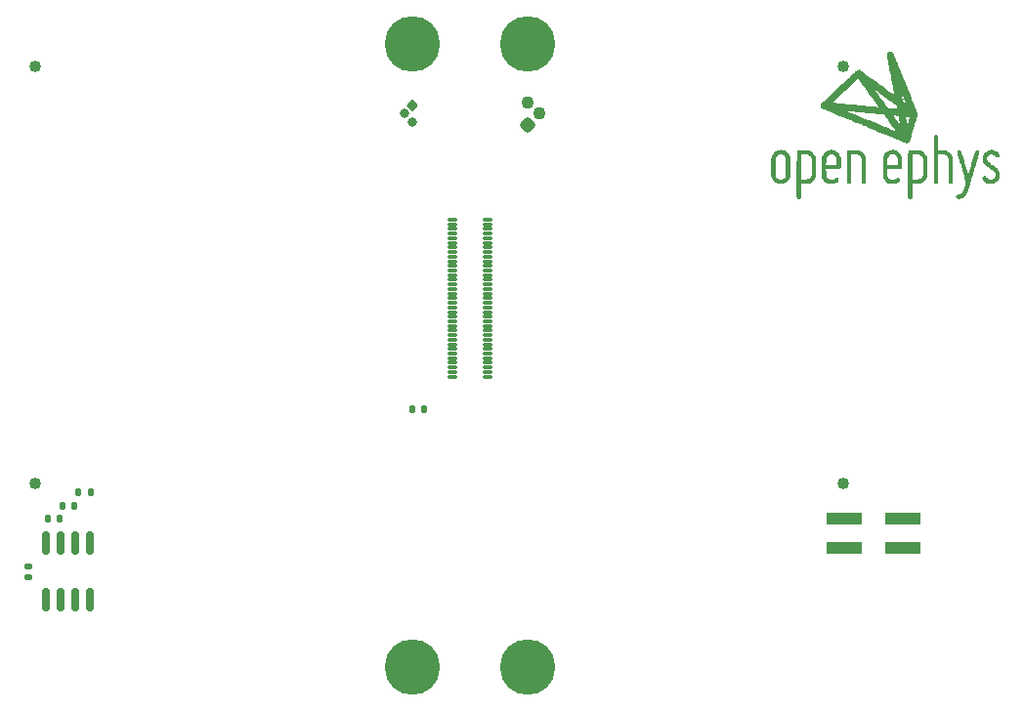
<source format=gbr>
%TF.GenerationSoftware,KiCad,Pcbnew,9.0.3*%
%TF.CreationDate,2025-10-01T18:37:08-04:00*%
%TF.ProjectId,ephys-test-module-64,65706879-732d-4746-9573-742d6d6f6475,C*%
%TF.SameCoordinates,Original*%
%TF.FileFunction,Soldermask,Top*%
%TF.FilePolarity,Negative*%
%FSLAX46Y46*%
G04 Gerber Fmt 4.6, Leading zero omitted, Abs format (unit mm)*
G04 Created by KiCad (PCBNEW 9.0.3) date 2025-10-01 18:37:08*
%MOMM*%
%LPD*%
G01*
G04 APERTURE LIST*
G04 Aperture macros list*
%AMRoundRect*
0 Rectangle with rounded corners*
0 $1 Rounding radius*
0 $2 $3 $4 $5 $6 $7 $8 $9 X,Y pos of 4 corners*
0 Add a 4 corners polygon primitive as box body*
4,1,4,$2,$3,$4,$5,$6,$7,$8,$9,$2,$3,0*
0 Add four circle primitives for the rounded corners*
1,1,$1+$1,$2,$3*
1,1,$1+$1,$4,$5*
1,1,$1+$1,$6,$7*
1,1,$1+$1,$8,$9*
0 Add four rect primitives between the rounded corners*
20,1,$1+$1,$2,$3,$4,$5,0*
20,1,$1+$1,$4,$5,$6,$7,0*
20,1,$1+$1,$6,$7,$8,$9,0*
20,1,$1+$1,$8,$9,$2,$3,0*%
G04 Aperture macros list end*
%ADD10C,0.000000*%
%ADD11R,3.150000X1.000000*%
%ADD12C,4.800000*%
%ADD13RoundRect,0.135000X-0.135000X-0.185000X0.135000X-0.185000X0.135000X0.185000X-0.135000X0.185000X0*%
%ADD14RoundRect,0.135000X0.135000X0.185000X-0.135000X0.185000X-0.135000X-0.185000X0.135000X-0.185000X0*%
%ADD15RoundRect,0.200000X-0.282843X0.000000X0.000000X-0.282843X0.282843X0.000000X0.000000X0.282843X0*%
%ADD16C,0.800000*%
%ADD17RoundRect,0.010000X0.340000X-0.090000X0.340000X0.090000X-0.340000X0.090000X-0.340000X-0.090000X0*%
%ADD18RoundRect,0.150000X0.150000X-0.825000X0.150000X0.825000X-0.150000X0.825000X-0.150000X-0.825000X0*%
%ADD19RoundRect,0.275000X0.388909X0.000000X0.000000X0.388909X-0.388909X0.000000X0.000000X-0.388909X0*%
%ADD20C,1.100000*%
%ADD21RoundRect,0.140000X-0.170000X0.140000X-0.170000X-0.140000X0.170000X-0.140000X0.170000X0.140000X0*%
%ADD22C,1.020000*%
G04 APERTURE END LIST*
D10*
%TO.C,G\u002A\u002A\u002A*%
G36*
X185019905Y-89141203D02*
G01*
X185124976Y-89156873D01*
X185183922Y-89172831D01*
X185310199Y-89224904D01*
X185421844Y-89293761D01*
X185523049Y-89381436D01*
X185610618Y-89482520D01*
X185679043Y-89592976D01*
X185731929Y-89718639D01*
X185732586Y-89720563D01*
X185765601Y-89817510D01*
X185765601Y-90617319D01*
X185765601Y-91417128D01*
X185732586Y-91514075D01*
X185679724Y-91639948D01*
X185610678Y-91751223D01*
X185523158Y-91852577D01*
X185415234Y-91945634D01*
X185297986Y-92016344D01*
X185171013Y-92064883D01*
X185033911Y-92091425D01*
X184965792Y-92096354D01*
X184907021Y-92097131D01*
X184850958Y-92095526D01*
X184806223Y-92091880D01*
X184790987Y-92089439D01*
X184655802Y-92051705D01*
X184536406Y-91998028D01*
X184428602Y-91926177D01*
X184347459Y-91853686D01*
X184269875Y-91766819D01*
X184209378Y-91676447D01*
X184161466Y-91575031D01*
X184133771Y-91495897D01*
X184105391Y-91405010D01*
X184105391Y-91380773D01*
X184105391Y-90617319D01*
X184105391Y-89853865D01*
X184493177Y-89853865D01*
X184493177Y-90617319D01*
X184493177Y-91380773D01*
X184526069Y-91447424D01*
X184582661Y-91540159D01*
X184651738Y-91612855D01*
X184735265Y-91667309D01*
X184793710Y-91692177D01*
X184870174Y-91709183D01*
X184956261Y-91711618D01*
X185042615Y-91699984D01*
X185119880Y-91674782D01*
X185120128Y-91674668D01*
X185196299Y-91628202D01*
X185266108Y-91563800D01*
X185323234Y-91487761D01*
X185342192Y-91453329D01*
X185377815Y-91380773D01*
X185377815Y-90617319D01*
X185377815Y-89853865D01*
X185342192Y-89781310D01*
X185291930Y-89701646D01*
X185225905Y-89630836D01*
X185150555Y-89575317D01*
X185120128Y-89559246D01*
X185082556Y-89543215D01*
X185048136Y-89533427D01*
X185008596Y-89528423D01*
X184955667Y-89526744D01*
X184935496Y-89526670D01*
X184876809Y-89527623D01*
X184834045Y-89531453D01*
X184798935Y-89539620D01*
X184763208Y-89553583D01*
X184750864Y-89559246D01*
X184677471Y-89604411D01*
X184608772Y-89666305D01*
X184552125Y-89737568D01*
X184525754Y-89784357D01*
X184493177Y-89853865D01*
X184105391Y-89853865D01*
X184105391Y-89829628D01*
X184133771Y-89738741D01*
X184175697Y-89625506D01*
X184227146Y-89528443D01*
X184292618Y-89440012D01*
X184347459Y-89380952D01*
X184434327Y-89303368D01*
X184524699Y-89242871D01*
X184626114Y-89194959D01*
X184705248Y-89167263D01*
X184801161Y-89146295D01*
X184909006Y-89137642D01*
X185019905Y-89141203D01*
G37*
G36*
X189389562Y-89140201D02*
G01*
X189491571Y-89154642D01*
X189540458Y-89167297D01*
X189657806Y-89211166D01*
X189758418Y-89265580D01*
X189848860Y-89334421D01*
X189891889Y-89375032D01*
X189979392Y-89474769D01*
X190047079Y-89580197D01*
X190099336Y-89698355D01*
X190107118Y-89720563D01*
X190139952Y-89817510D01*
X190140133Y-90255888D01*
X190140134Y-90370673D01*
X190139945Y-90463731D01*
X190139433Y-90537573D01*
X190138466Y-90594707D01*
X190136913Y-90637643D01*
X190134642Y-90668892D01*
X190131520Y-90690964D01*
X190127416Y-90706367D01*
X190122198Y-90717613D01*
X190115735Y-90727210D01*
X190115329Y-90727754D01*
X190086479Y-90760115D01*
X190056890Y-90786227D01*
X190048509Y-90791978D01*
X190038688Y-90796789D01*
X190025289Y-90800759D01*
X190006172Y-90803985D01*
X189979200Y-90806567D01*
X189942232Y-90808603D01*
X189893132Y-90810191D01*
X189829759Y-90811432D01*
X189749976Y-90812422D01*
X189651643Y-90813260D01*
X189532622Y-90814046D01*
X189441832Y-90814582D01*
X188860227Y-90817953D01*
X188864059Y-91099363D01*
X188867891Y-91380773D01*
X188906079Y-91461375D01*
X188959939Y-91550504D01*
X189029285Y-91621570D01*
X189116341Y-91676795D01*
X189126602Y-91681766D01*
X189171355Y-91701393D01*
X189208988Y-91712869D01*
X189249568Y-91718275D01*
X189303162Y-91719690D01*
X189310210Y-91719691D01*
X189400185Y-91712602D01*
X189478426Y-91689770D01*
X189552046Y-91648481D01*
X189604347Y-91607396D01*
X189671482Y-91560310D01*
X189736361Y-91537122D01*
X189798626Y-91537854D01*
X189857920Y-91562526D01*
X189893846Y-91590612D01*
X189936976Y-91643916D01*
X189956714Y-91700422D01*
X189953545Y-91759158D01*
X189927952Y-91819148D01*
X189880417Y-91879420D01*
X189811424Y-91939000D01*
X189721456Y-91996914D01*
X189681558Y-92018442D01*
X189575454Y-92061374D01*
X189456584Y-92089338D01*
X189331768Y-92101641D01*
X189207826Y-92097592D01*
X189096596Y-92077834D01*
X188962375Y-92030663D01*
X188841263Y-91963572D01*
X188734573Y-91877812D01*
X188643619Y-91774634D01*
X188569712Y-91655291D01*
X188514904Y-91523294D01*
X188480105Y-91417128D01*
X188480105Y-90617319D01*
X188480105Y-90429485D01*
X188859910Y-90429485D01*
X189310210Y-90429485D01*
X189760510Y-90429485D01*
X189756478Y-90141675D01*
X189752447Y-89853865D01*
X189716974Y-89781419D01*
X189666945Y-89702002D01*
X189601086Y-89631260D01*
X189525886Y-89575684D01*
X189494842Y-89559246D01*
X189457270Y-89543215D01*
X189422849Y-89533427D01*
X189383310Y-89528423D01*
X189330381Y-89526744D01*
X189310210Y-89526670D01*
X189251522Y-89527623D01*
X189208759Y-89531453D01*
X189173649Y-89539620D01*
X189137922Y-89553583D01*
X189125578Y-89559246D01*
X189048467Y-89606992D01*
X188978118Y-89672483D01*
X188921020Y-89749230D01*
X188903446Y-89781419D01*
X188867973Y-89853865D01*
X188863941Y-90141675D01*
X188859910Y-90429485D01*
X188480105Y-90429485D01*
X188480105Y-89817510D01*
X188513120Y-89720563D01*
X188563471Y-89599171D01*
X188628373Y-89491920D01*
X188712277Y-89391671D01*
X188728531Y-89375032D01*
X188816368Y-89297614D01*
X188911125Y-89236543D01*
X189019367Y-89187939D01*
X189079962Y-89167297D01*
X189174414Y-89146529D01*
X189280729Y-89137497D01*
X189389562Y-89140201D01*
G37*
G36*
X194697387Y-89140201D02*
G01*
X194799396Y-89154642D01*
X194848282Y-89167297D01*
X194965631Y-89211166D01*
X195066242Y-89265580D01*
X195156684Y-89334421D01*
X195199714Y-89375032D01*
X195287216Y-89474769D01*
X195354904Y-89580197D01*
X195407160Y-89698355D01*
X195414942Y-89720563D01*
X195447776Y-89817510D01*
X195447958Y-90255888D01*
X195447959Y-90370673D01*
X195447769Y-90463731D01*
X195447257Y-90537573D01*
X195446290Y-90594707D01*
X195444738Y-90637643D01*
X195442466Y-90668892D01*
X195439345Y-90690964D01*
X195435241Y-90706367D01*
X195430023Y-90717613D01*
X195423559Y-90727210D01*
X195423154Y-90727754D01*
X195394304Y-90760115D01*
X195364715Y-90786227D01*
X195356334Y-90791978D01*
X195346513Y-90796789D01*
X195333113Y-90800759D01*
X195313997Y-90803985D01*
X195287024Y-90806567D01*
X195250057Y-90808603D01*
X195200956Y-90810191D01*
X195137584Y-90811432D01*
X195057800Y-90812422D01*
X194959467Y-90813260D01*
X194840446Y-90814046D01*
X194749656Y-90814582D01*
X194168051Y-90817953D01*
X194171883Y-91099363D01*
X194175716Y-91380773D01*
X194213903Y-91461375D01*
X194267763Y-91550504D01*
X194337109Y-91621570D01*
X194424166Y-91676795D01*
X194434427Y-91681766D01*
X194479179Y-91701393D01*
X194516812Y-91712869D01*
X194557392Y-91718275D01*
X194610987Y-91719690D01*
X194618034Y-91719691D01*
X194708009Y-91712602D01*
X194786250Y-91689770D01*
X194859871Y-91648481D01*
X194912171Y-91607396D01*
X194979306Y-91560310D01*
X195044185Y-91537122D01*
X195106451Y-91537854D01*
X195165744Y-91562526D01*
X195201671Y-91590612D01*
X195244800Y-91643916D01*
X195264539Y-91700422D01*
X195261370Y-91759158D01*
X195235776Y-91819148D01*
X195188242Y-91879420D01*
X195119249Y-91939000D01*
X195029281Y-91996914D01*
X194989382Y-92018442D01*
X194883278Y-92061374D01*
X194764408Y-92089338D01*
X194639592Y-92101641D01*
X194515650Y-92097592D01*
X194404421Y-92077834D01*
X194270200Y-92030663D01*
X194149088Y-91963572D01*
X194042398Y-91877812D01*
X193951443Y-91774634D01*
X193877536Y-91655291D01*
X193822728Y-91523294D01*
X193787929Y-91417128D01*
X193787929Y-90617319D01*
X193787929Y-90429485D01*
X194167734Y-90429485D01*
X194618034Y-90429485D01*
X195068335Y-90429485D01*
X195064303Y-90141675D01*
X195060271Y-89853865D01*
X195024798Y-89781419D01*
X194974770Y-89702002D01*
X194908911Y-89631260D01*
X194833710Y-89575684D01*
X194802666Y-89559246D01*
X194765094Y-89543215D01*
X194730674Y-89533427D01*
X194691134Y-89528423D01*
X194638205Y-89526744D01*
X194618034Y-89526670D01*
X194559347Y-89527623D01*
X194516584Y-89531453D01*
X194481474Y-89539620D01*
X194445746Y-89553583D01*
X194433402Y-89559246D01*
X194356291Y-89606992D01*
X194285942Y-89672483D01*
X194228845Y-89749230D01*
X194211270Y-89781419D01*
X194175798Y-89853865D01*
X194171766Y-90141675D01*
X194167734Y-90429485D01*
X193787929Y-90429485D01*
X193787929Y-89817510D01*
X193820945Y-89720563D01*
X193871296Y-89599171D01*
X193936198Y-89491920D01*
X194020102Y-89391671D01*
X194036355Y-89375032D01*
X194124192Y-89297614D01*
X194218949Y-89236543D01*
X194327191Y-89187939D01*
X194387786Y-89167297D01*
X194482239Y-89146529D01*
X194588553Y-89137497D01*
X194697387Y-89140201D01*
G37*
G36*
X191749158Y-89201108D02*
G01*
X191850179Y-89242085D01*
X191935146Y-89288428D01*
X192012241Y-89345233D01*
X192078331Y-89406188D01*
X192166347Y-89507270D01*
X192234769Y-89616956D01*
X192287452Y-89741455D01*
X192288597Y-89744800D01*
X192321613Y-89841747D01*
X192321613Y-90910295D01*
X192321605Y-91095560D01*
X192321557Y-91258125D01*
X192321436Y-91399528D01*
X192321205Y-91521306D01*
X192320831Y-91624997D01*
X192320278Y-91712137D01*
X192319511Y-91784265D01*
X192318497Y-91842916D01*
X192317198Y-91889629D01*
X192315582Y-91925941D01*
X192313613Y-91953389D01*
X192311256Y-91973511D01*
X192308476Y-91987842D01*
X192305238Y-91997922D01*
X192301509Y-92005287D01*
X192297252Y-92011475D01*
X192296627Y-92012314D01*
X192254874Y-92058489D01*
X192210244Y-92084805D01*
X192155110Y-92095169D01*
X192133779Y-92095754D01*
X192073627Y-92089714D01*
X192026440Y-92068989D01*
X191984588Y-92029670D01*
X191970930Y-92012328D01*
X191966561Y-92006074D01*
X191962721Y-91998728D01*
X191959369Y-91988741D01*
X191956457Y-91974560D01*
X191953943Y-91954633D01*
X191951782Y-91927410D01*
X191949929Y-91891339D01*
X191948340Y-91844869D01*
X191946970Y-91786448D01*
X191945775Y-91714524D01*
X191944711Y-91627547D01*
X191943733Y-91523965D01*
X191942797Y-91402227D01*
X191941858Y-91260781D01*
X191940871Y-91098075D01*
X191939885Y-90928487D01*
X191933826Y-89878101D01*
X191898313Y-89805656D01*
X191843336Y-89719665D01*
X191770499Y-89645823D01*
X191685189Y-89589515D01*
X191679077Y-89586461D01*
X191606632Y-89550989D01*
X191318993Y-89546959D01*
X191031355Y-89542929D01*
X191028154Y-90760894D01*
X191027625Y-90959469D01*
X191027124Y-91135241D01*
X191026618Y-91289646D01*
X191026075Y-91424118D01*
X191025463Y-91540091D01*
X191024750Y-91639000D01*
X191023902Y-91722279D01*
X191022888Y-91791362D01*
X191021675Y-91847684D01*
X191020232Y-91892680D01*
X191018525Y-91927783D01*
X191016523Y-91954429D01*
X191014193Y-91974052D01*
X191011503Y-91988086D01*
X191008420Y-91997965D01*
X191004913Y-92005125D01*
X191000948Y-92010999D01*
X190999967Y-92012321D01*
X190971895Y-92044026D01*
X190943308Y-92069431D01*
X190902652Y-92088180D01*
X190850154Y-92097306D01*
X190796592Y-92095881D01*
X190757748Y-92085439D01*
X190713953Y-92055818D01*
X190676542Y-92013296D01*
X190652748Y-91966704D01*
X190649301Y-91953007D01*
X190648391Y-91935825D01*
X190647579Y-91896024D01*
X190646869Y-91835224D01*
X190646264Y-91755042D01*
X190645771Y-91657097D01*
X190645391Y-91543008D01*
X190645131Y-91414392D01*
X190644993Y-91272868D01*
X190644982Y-91120055D01*
X190645103Y-90957570D01*
X190645359Y-90787033D01*
X190645755Y-90610061D01*
X190645790Y-90596998D01*
X190646345Y-90390052D01*
X190646867Y-90205966D01*
X190647386Y-90043364D01*
X190647931Y-89900868D01*
X190648531Y-89777102D01*
X190649215Y-89670690D01*
X190650012Y-89580254D01*
X190650950Y-89504418D01*
X190652059Y-89441806D01*
X190653369Y-89391041D01*
X190654907Y-89350746D01*
X190656703Y-89319545D01*
X190658787Y-89296060D01*
X190661186Y-89278916D01*
X190663931Y-89266736D01*
X190667050Y-89258143D01*
X190670572Y-89251760D01*
X190674270Y-89246554D01*
X190703130Y-89214214D01*
X190732751Y-89188106D01*
X190742337Y-89181567D01*
X190753438Y-89176281D01*
X190768566Y-89172113D01*
X190790228Y-89168932D01*
X190820936Y-89166605D01*
X190863200Y-89164999D01*
X190919528Y-89163980D01*
X190992432Y-89163416D01*
X191084420Y-89163174D01*
X191198004Y-89163121D01*
X191204616Y-89163121D01*
X191642987Y-89163121D01*
X191749158Y-89201108D01*
G37*
G36*
X198434864Y-87848263D02*
G01*
X198482051Y-87868988D01*
X198523903Y-87908305D01*
X198537562Y-87925649D01*
X198543241Y-87933914D01*
X198548003Y-87943596D01*
X198551944Y-87956802D01*
X198555158Y-87975637D01*
X198557739Y-88002207D01*
X198559783Y-88038619D01*
X198561383Y-88086978D01*
X198562635Y-88149391D01*
X198563632Y-88227964D01*
X198564469Y-88324802D01*
X198565242Y-88442012D01*
X198565905Y-88557016D01*
X198569263Y-89154929D01*
X198874923Y-89159753D01*
X198969783Y-89161358D01*
X199044152Y-89163047D01*
X199101772Y-89165165D01*
X199146388Y-89168056D01*
X199181743Y-89172067D01*
X199211581Y-89177541D01*
X199239645Y-89184825D01*
X199269679Y-89194263D01*
X199277529Y-89196864D01*
X199403757Y-89249087D01*
X199515205Y-89317820D01*
X199616656Y-89405673D01*
X199704225Y-89506757D01*
X199772650Y-89617213D01*
X199825535Y-89742876D01*
X199826193Y-89744800D01*
X199859208Y-89841747D01*
X199859208Y-90910295D01*
X199859200Y-91095560D01*
X199859153Y-91258125D01*
X199859031Y-91399528D01*
X199858801Y-91521306D01*
X199858426Y-91624997D01*
X199857873Y-91712137D01*
X199857107Y-91784265D01*
X199856092Y-91842916D01*
X199854794Y-91889629D01*
X199853177Y-91925941D01*
X199851208Y-91953389D01*
X199848851Y-91973511D01*
X199846071Y-91987842D01*
X199842834Y-91997922D01*
X199839104Y-92005287D01*
X199834847Y-92011475D01*
X199834223Y-92012314D01*
X199792470Y-92058489D01*
X199747839Y-92084805D01*
X199692705Y-92095169D01*
X199671374Y-92095754D01*
X199611223Y-92089714D01*
X199564035Y-92068989D01*
X199522183Y-92029670D01*
X199508525Y-92012328D01*
X199504156Y-92006074D01*
X199500317Y-91998728D01*
X199496964Y-91988741D01*
X199494053Y-91974560D01*
X199491539Y-91954633D01*
X199489377Y-91927410D01*
X199487524Y-91891339D01*
X199485935Y-91844869D01*
X199484565Y-91786448D01*
X199483371Y-91714524D01*
X199482306Y-91627547D01*
X199481328Y-91523965D01*
X199480392Y-91402227D01*
X199479453Y-91260781D01*
X199478467Y-91098075D01*
X199477481Y-90928487D01*
X199471422Y-89878101D01*
X199435908Y-89805656D01*
X199380931Y-89719665D01*
X199308094Y-89645823D01*
X199222785Y-89589515D01*
X199216673Y-89586461D01*
X199144227Y-89550989D01*
X198856589Y-89546959D01*
X198568950Y-89542929D01*
X198565749Y-90760894D01*
X198565220Y-90959469D01*
X198564719Y-91135241D01*
X198564214Y-91289646D01*
X198563671Y-91424118D01*
X198563059Y-91540091D01*
X198562345Y-91639000D01*
X198561497Y-91722279D01*
X198560483Y-91791362D01*
X198559271Y-91847684D01*
X198557827Y-91892680D01*
X198556120Y-91927783D01*
X198554118Y-91954429D01*
X198551788Y-91974052D01*
X198549098Y-91988086D01*
X198546016Y-91997965D01*
X198542508Y-92005125D01*
X198538544Y-92010999D01*
X198537562Y-92012321D01*
X198509491Y-92044026D01*
X198480903Y-92069431D01*
X198440248Y-92088180D01*
X198387749Y-92097306D01*
X198334187Y-92095881D01*
X198295344Y-92085439D01*
X198251557Y-92055827D01*
X198214159Y-92013323D01*
X198190377Y-91966752D01*
X198186923Y-91953007D01*
X198186177Y-91936758D01*
X198185495Y-91897576D01*
X198184879Y-91836765D01*
X198184331Y-91755628D01*
X198183855Y-91655469D01*
X198183451Y-91537593D01*
X198183123Y-91403302D01*
X198182873Y-91253901D01*
X198182703Y-91090693D01*
X198182615Y-90914982D01*
X198182611Y-90728071D01*
X198182694Y-90531264D01*
X198182866Y-90325866D01*
X198183130Y-90113179D01*
X198183412Y-89936551D01*
X198183863Y-89680360D01*
X198184289Y-89447291D01*
X198184703Y-89236231D01*
X198185123Y-89046066D01*
X198185563Y-88875681D01*
X198186041Y-88723963D01*
X198186570Y-88589798D01*
X198187167Y-88472071D01*
X198187849Y-88369669D01*
X198188630Y-88281478D01*
X198189526Y-88206384D01*
X198190554Y-88143272D01*
X198191729Y-88091029D01*
X198193066Y-88048541D01*
X198194581Y-88014694D01*
X198196291Y-87988374D01*
X198198211Y-87968466D01*
X198200357Y-87953858D01*
X198202744Y-87943434D01*
X198205388Y-87936081D01*
X198208306Y-87930685D01*
X198211512Y-87926132D01*
X198211865Y-87925658D01*
X198253620Y-87879486D01*
X198298249Y-87853172D01*
X198353379Y-87842809D01*
X198374714Y-87842224D01*
X198434864Y-87848263D01*
G37*
G36*
X203209924Y-89139524D02*
G01*
X203273879Y-89140442D01*
X203321639Y-89143382D01*
X203361231Y-89149653D01*
X203400686Y-89160564D01*
X203448033Y-89177422D01*
X203452290Y-89179025D01*
X203571959Y-89234692D01*
X203680146Y-89306020D01*
X203773143Y-89390039D01*
X203847242Y-89483781D01*
X203861323Y-89506578D01*
X203888183Y-89572277D01*
X203893333Y-89636957D01*
X203877747Y-89696721D01*
X203842401Y-89747676D01*
X203791788Y-89784185D01*
X203724946Y-89806343D01*
X203660536Y-89805630D01*
X203601992Y-89783011D01*
X203552749Y-89739452D01*
X203533554Y-89711609D01*
X203477319Y-89635964D01*
X203408749Y-89580659D01*
X203326860Y-89545154D01*
X203230669Y-89528911D01*
X203197805Y-89527703D01*
X203115141Y-89532140D01*
X203047490Y-89549087D01*
X202987639Y-89581387D01*
X202928375Y-89631889D01*
X202924824Y-89635416D01*
X202867794Y-89707812D01*
X202830141Y-89789013D01*
X202812099Y-89874968D01*
X202813901Y-89961625D01*
X202835779Y-90044932D01*
X202877964Y-90120836D01*
X202895708Y-90142807D01*
X202919191Y-90164991D01*
X202960389Y-90198916D01*
X203016920Y-90242781D01*
X203086404Y-90294780D01*
X203166455Y-90353111D01*
X203254694Y-90415970D01*
X203280700Y-90434246D01*
X203363818Y-90493056D01*
X203443327Y-90550384D01*
X203516299Y-90604038D01*
X203579805Y-90651828D01*
X203630917Y-90691560D01*
X203666707Y-90721042D01*
X203679422Y-90732714D01*
X203763237Y-90830018D01*
X203827908Y-90936571D01*
X203869351Y-91034866D01*
X203884543Y-91079474D01*
X203894889Y-91116869D01*
X203901321Y-91153767D01*
X203904772Y-91196885D01*
X203906174Y-91252939D01*
X203906432Y-91302004D01*
X203903355Y-91407229D01*
X203892540Y-91495498D01*
X203872241Y-91573343D01*
X203840712Y-91647292D01*
X203796208Y-91723875D01*
X203791781Y-91730698D01*
X203707717Y-91838615D01*
X203608931Y-91929566D01*
X203498151Y-92002467D01*
X203378100Y-92056231D01*
X203251505Y-92089772D01*
X203121091Y-92102003D01*
X202989582Y-92091839D01*
X202921865Y-92077394D01*
X202799443Y-92034139D01*
X202684130Y-91971695D01*
X202580391Y-91893189D01*
X202492689Y-91801748D01*
X202455073Y-91750382D01*
X202418033Y-91678633D01*
X202402328Y-91610394D01*
X202407257Y-91548214D01*
X202432120Y-91494640D01*
X202476218Y-91452221D01*
X202538850Y-91423504D01*
X202545396Y-91421672D01*
X202612512Y-91413784D01*
X202671327Y-91428585D01*
X202723002Y-91466457D01*
X202739970Y-91485674D01*
X202792247Y-91548882D01*
X202835455Y-91595801D01*
X202873842Y-91630389D01*
X202911656Y-91656608D01*
X202939800Y-91671972D01*
X202978040Y-91689536D01*
X203012049Y-91700140D01*
X203050543Y-91705512D01*
X203102240Y-91707379D01*
X203119036Y-91707504D01*
X203175008Y-91706824D01*
X203215296Y-91703120D01*
X203248414Y-91694751D01*
X203282875Y-91680074D01*
X203296633Y-91673242D01*
X203375680Y-91621531D01*
X203443569Y-91554258D01*
X203490657Y-91483779D01*
X203503875Y-91454998D01*
X203512268Y-91425823D01*
X203516871Y-91389596D01*
X203518721Y-91339658D01*
X203518941Y-91302004D01*
X203518438Y-91243331D01*
X203516073Y-91202009D01*
X203510557Y-91171159D01*
X203500603Y-91143901D01*
X203484923Y-91113356D01*
X203482972Y-91109822D01*
X203470672Y-91088304D01*
X203458006Y-91068797D01*
X203443007Y-91049687D01*
X203423708Y-91029359D01*
X203398140Y-91006199D01*
X203364338Y-90978592D01*
X203320332Y-90944924D01*
X203264155Y-90903580D01*
X203193841Y-90852946D01*
X203107421Y-90791408D01*
X203015685Y-90726384D01*
X202918091Y-90656563D01*
X202830611Y-90592566D01*
X202755216Y-90535902D01*
X202693877Y-90488079D01*
X202648565Y-90450605D01*
X202621251Y-90424989D01*
X202619840Y-90423426D01*
X202545757Y-90323023D01*
X202486121Y-90207151D01*
X202456719Y-90126527D01*
X202436402Y-90034230D01*
X202427360Y-89931315D01*
X202429626Y-89826838D01*
X202443230Y-89729856D01*
X202455169Y-89684208D01*
X202506363Y-89561805D01*
X202577896Y-89449792D01*
X202667166Y-89350734D01*
X202771575Y-89267194D01*
X202888523Y-89201735D01*
X202979676Y-89167039D01*
X203029104Y-89153440D01*
X203076420Y-89144981D01*
X203129966Y-89140663D01*
X203198086Y-89139491D01*
X203209924Y-89139524D01*
G37*
G36*
X202030300Y-89156672D02*
G01*
X202081428Y-89189272D01*
X202119637Y-89235975D01*
X202140714Y-89293608D01*
X202143511Y-89325273D01*
X202140110Y-89339859D01*
X202130211Y-89376113D01*
X202114274Y-89432485D01*
X202092759Y-89507427D01*
X202066124Y-89599389D01*
X202034830Y-89706822D01*
X201999336Y-89828176D01*
X201960100Y-89961903D01*
X201917583Y-90106454D01*
X201872243Y-90260279D01*
X201824541Y-90421829D01*
X201774935Y-90589555D01*
X201723884Y-90761908D01*
X201671849Y-90937339D01*
X201619288Y-91114298D01*
X201566662Y-91291237D01*
X201514428Y-91466605D01*
X201463047Y-91638855D01*
X201412978Y-91806436D01*
X201364680Y-91967800D01*
X201318613Y-92121397D01*
X201275236Y-92265679D01*
X201235009Y-92399096D01*
X201198390Y-92520099D01*
X201165839Y-92627139D01*
X201137816Y-92718666D01*
X201124367Y-92762262D01*
X201087143Y-92869892D01*
X201046728Y-92959274D01*
X200999723Y-93036391D01*
X200942729Y-93107232D01*
X200907602Y-93143989D01*
X200796614Y-93238708D01*
X200676017Y-93311712D01*
X200547033Y-93362436D01*
X200410887Y-93390311D01*
X200368177Y-93394176D01*
X200316292Y-93396545D01*
X200280044Y-93394767D01*
X200251012Y-93387611D01*
X200220771Y-93373848D01*
X200217595Y-93372186D01*
X200164873Y-93332102D01*
X200132043Y-93278406D01*
X200119818Y-93212307D01*
X200119752Y-93206601D01*
X200127824Y-93140555D01*
X200152907Y-93088898D01*
X200196297Y-93050471D01*
X200259293Y-93024116D01*
X200341366Y-93008879D01*
X200450763Y-92986736D01*
X200543984Y-92946568D01*
X200621111Y-92888322D01*
X200682228Y-92811945D01*
X200698037Y-92784390D01*
X200712275Y-92752317D01*
X200731144Y-92702170D01*
X200753664Y-92637237D01*
X200778856Y-92560810D01*
X200805740Y-92476178D01*
X200833336Y-92386631D01*
X200860665Y-92295459D01*
X200886748Y-92205952D01*
X200910604Y-92121401D01*
X200931254Y-92045095D01*
X200947719Y-91980325D01*
X200959018Y-91930379D01*
X200964174Y-91898550D01*
X200964162Y-91890577D01*
X200959866Y-91874024D01*
X200949067Y-91835852D01*
X200932235Y-91777652D01*
X200909842Y-91701017D01*
X200882357Y-91607538D01*
X200850252Y-91498807D01*
X200813998Y-91376418D01*
X200774064Y-91241961D01*
X200730922Y-91097028D01*
X200685043Y-90943213D01*
X200636897Y-90782106D01*
X200598452Y-90653674D01*
X200548664Y-90487389D01*
X200500608Y-90326738D01*
X200454771Y-90173357D01*
X200411640Y-90028883D01*
X200371702Y-89894951D01*
X200335444Y-89773198D01*
X200303353Y-89665261D01*
X200275916Y-89572775D01*
X200253621Y-89497378D01*
X200236953Y-89440704D01*
X200226401Y-89404392D01*
X200222806Y-89391555D01*
X200213826Y-89319357D01*
X200227148Y-89256349D01*
X200262936Y-89201851D01*
X200270905Y-89193732D01*
X200322729Y-89158446D01*
X200381385Y-89142398D01*
X200441455Y-89144801D01*
X200497522Y-89164868D01*
X200544168Y-89201810D01*
X200568130Y-89236928D01*
X200574300Y-89253806D01*
X200586798Y-89292147D01*
X200605082Y-89350171D01*
X200628610Y-89426100D01*
X200656839Y-89518153D01*
X200689227Y-89624551D01*
X200725231Y-89743515D01*
X200764310Y-89873265D01*
X200805920Y-90012023D01*
X200849520Y-90158007D01*
X200877147Y-90250809D01*
X200921382Y-90399345D01*
X200963711Y-90541022D01*
X201003619Y-90674144D01*
X201040591Y-90797016D01*
X201074113Y-90907942D01*
X201103670Y-91005226D01*
X201128747Y-91087172D01*
X201148829Y-91152084D01*
X201163403Y-91198267D01*
X201171953Y-91224026D01*
X201174046Y-91229014D01*
X201178398Y-91217704D01*
X201189170Y-91184919D01*
X201205824Y-91132400D01*
X201227825Y-91061890D01*
X201254638Y-90975131D01*
X201285726Y-90873864D01*
X201320554Y-90759832D01*
X201358586Y-90634776D01*
X201399287Y-90500438D01*
X201442119Y-90358561D01*
X201458203Y-90305159D01*
X201502276Y-90158751D01*
X201544771Y-90017602D01*
X201585106Y-89883648D01*
X201622698Y-89758824D01*
X201656963Y-89645067D01*
X201687318Y-89544312D01*
X201713181Y-89458495D01*
X201733968Y-89389550D01*
X201749096Y-89339415D01*
X201757982Y-89310023D01*
X201759247Y-89305858D01*
X201789911Y-89234290D01*
X201832481Y-89183326D01*
X201887881Y-89151962D01*
X201906140Y-89146475D01*
X201970466Y-89141348D01*
X202030300Y-89156672D01*
G37*
G36*
X187422917Y-89201108D02*
G01*
X187523939Y-89242085D01*
X187608906Y-89288428D01*
X187686001Y-89345233D01*
X187752090Y-89406188D01*
X187840107Y-89507270D01*
X187908528Y-89616956D01*
X187961212Y-89741455D01*
X187962357Y-89744800D01*
X187995372Y-89841747D01*
X187995372Y-90617319D01*
X187995372Y-91392892D01*
X187962357Y-91489838D01*
X187910016Y-91614785D01*
X187842034Y-91724765D01*
X187754553Y-91825986D01*
X187752090Y-91828450D01*
X187674445Y-91898936D01*
X187596000Y-91954216D01*
X187508479Y-91999432D01*
X187422917Y-92033039D01*
X187389863Y-92044551D01*
X187361441Y-92053474D01*
X187333895Y-92060193D01*
X187303470Y-92065093D01*
X187266409Y-92068560D01*
X187218956Y-92070979D01*
X187157355Y-92072734D01*
X187077851Y-92074211D01*
X187011086Y-92075262D01*
X186705427Y-92079987D01*
X186702069Y-92677761D01*
X186701279Y-92813578D01*
X186700502Y-92927266D01*
X186699644Y-93020929D01*
X186698612Y-93096675D01*
X186697309Y-93156610D01*
X186695641Y-93202840D01*
X186693515Y-93237472D01*
X186690835Y-93262611D01*
X186687506Y-93280365D01*
X186683435Y-93292840D01*
X186678526Y-93302141D01*
X186673726Y-93308989D01*
X186645652Y-93340692D01*
X186617067Y-93366092D01*
X186576412Y-93384840D01*
X186523913Y-93393966D01*
X186470352Y-93392541D01*
X186431508Y-93382099D01*
X186387721Y-93352487D01*
X186350323Y-93309983D01*
X186326541Y-93263412D01*
X186323087Y-93249667D01*
X186322339Y-93233405D01*
X186321654Y-93194215D01*
X186321037Y-93133404D01*
X186320489Y-93052279D01*
X186320012Y-92952151D01*
X186319608Y-92834325D01*
X186319281Y-92700110D01*
X186319032Y-92550814D01*
X186318863Y-92387745D01*
X186318777Y-92212211D01*
X186318776Y-92025520D01*
X186318863Y-91828979D01*
X186319039Y-91623897D01*
X186319307Y-91411582D01*
X186319575Y-91245329D01*
X186320029Y-90989960D01*
X186320455Y-90757710D01*
X186320733Y-90617319D01*
X186704771Y-90617319D01*
X186704771Y-91689790D01*
X186964235Y-91689790D01*
X187055010Y-91689486D01*
X187125518Y-91688395D01*
X187179724Y-91686249D01*
X187221593Y-91682780D01*
X187255089Y-91677720D01*
X187284177Y-91670802D01*
X187295662Y-91667393D01*
X187391140Y-91626301D01*
X187471679Y-91566722D01*
X187538264Y-91487776D01*
X187581677Y-91411069D01*
X187587011Y-91399388D01*
X187591558Y-91387262D01*
X187595380Y-91372765D01*
X187598541Y-91353971D01*
X187601103Y-91328953D01*
X187603129Y-91295786D01*
X187604681Y-91252543D01*
X187605824Y-91197299D01*
X187606619Y-91128127D01*
X187607130Y-91043102D01*
X187607419Y-90940297D01*
X187607550Y-90817787D01*
X187607585Y-90673645D01*
X187607586Y-90617319D01*
X187607570Y-90465093D01*
X187607480Y-90335177D01*
X187607254Y-90225646D01*
X187606829Y-90134573D01*
X187606141Y-90060033D01*
X187605128Y-90000100D01*
X187603727Y-89952846D01*
X187601875Y-89916347D01*
X187599509Y-89888677D01*
X187596567Y-89867908D01*
X187592985Y-89852116D01*
X187588700Y-89839374D01*
X187583651Y-89827756D01*
X187581677Y-89823569D01*
X187525429Y-89728686D01*
X187456004Y-89653868D01*
X187372418Y-89598233D01*
X187295662Y-89567245D01*
X187267232Y-89559493D01*
X187236008Y-89553710D01*
X187198025Y-89549626D01*
X187149317Y-89546974D01*
X187085921Y-89545486D01*
X187003871Y-89544894D01*
X186964235Y-89544848D01*
X186704771Y-89544848D01*
X186704771Y-90617319D01*
X186320733Y-90617319D01*
X186320871Y-90547462D01*
X186321292Y-90358097D01*
X186321735Y-90188499D01*
X186322214Y-90037550D01*
X186322747Y-89904132D01*
X186323348Y-89787128D01*
X186324034Y-89685421D01*
X186324821Y-89597892D01*
X186325464Y-89544848D01*
X186325724Y-89523425D01*
X186326760Y-89460902D01*
X186327945Y-89409204D01*
X186329293Y-89367216D01*
X186330822Y-89333818D01*
X186332548Y-89307894D01*
X186334485Y-89288327D01*
X186336650Y-89273998D01*
X186339059Y-89263790D01*
X186341728Y-89256585D01*
X186344673Y-89251267D01*
X186347909Y-89246717D01*
X186348029Y-89246555D01*
X186376890Y-89214214D01*
X186406510Y-89188106D01*
X186416096Y-89181567D01*
X186427198Y-89176281D01*
X186442325Y-89172113D01*
X186463988Y-89168932D01*
X186494696Y-89166605D01*
X186536959Y-89164999D01*
X186593288Y-89163980D01*
X186666191Y-89163416D01*
X186758180Y-89163174D01*
X186871763Y-89163121D01*
X186878376Y-89163121D01*
X187316746Y-89163121D01*
X187422917Y-89201108D01*
G37*
G36*
X197069101Y-89201108D02*
G01*
X197170122Y-89242085D01*
X197255089Y-89288428D01*
X197332184Y-89345233D01*
X197398273Y-89406188D01*
X197486290Y-89507270D01*
X197554712Y-89616956D01*
X197607395Y-89741455D01*
X197608540Y-89744800D01*
X197641555Y-89841747D01*
X197641555Y-90617319D01*
X197641555Y-91392892D01*
X197608540Y-91489838D01*
X197556200Y-91614785D01*
X197488217Y-91724765D01*
X197400736Y-91825986D01*
X197398273Y-91828450D01*
X197320628Y-91898936D01*
X197242183Y-91954216D01*
X197154662Y-91999432D01*
X197069101Y-92033039D01*
X197036046Y-92044551D01*
X197007624Y-92053474D01*
X196980079Y-92060193D01*
X196949653Y-92065093D01*
X196912592Y-92068560D01*
X196865139Y-92070979D01*
X196803538Y-92072734D01*
X196724034Y-92074211D01*
X196657270Y-92075262D01*
X196351610Y-92079987D01*
X196348253Y-92677761D01*
X196347462Y-92813578D01*
X196346685Y-92927266D01*
X196345828Y-93020929D01*
X196344795Y-93096675D01*
X196343492Y-93156610D01*
X196341824Y-93202840D01*
X196339698Y-93237472D01*
X196337018Y-93262611D01*
X196333689Y-93280365D01*
X196329618Y-93292840D01*
X196324709Y-93302141D01*
X196319910Y-93308989D01*
X196291835Y-93340692D01*
X196263250Y-93366092D01*
X196222595Y-93384840D01*
X196170096Y-93393966D01*
X196116535Y-93392541D01*
X196077691Y-93382099D01*
X196033904Y-93352487D01*
X195996506Y-93309983D01*
X195972724Y-93263412D01*
X195969270Y-93249667D01*
X195968522Y-93233405D01*
X195967838Y-93194215D01*
X195967220Y-93133404D01*
X195966672Y-93052279D01*
X195966195Y-92952151D01*
X195965791Y-92834325D01*
X195965464Y-92700110D01*
X195965215Y-92550814D01*
X195965046Y-92387745D01*
X195964960Y-92212211D01*
X195964959Y-92025520D01*
X195965046Y-91828979D01*
X195965222Y-91623897D01*
X195965490Y-91411582D01*
X195965759Y-91245329D01*
X195966212Y-90989960D01*
X195966638Y-90757710D01*
X195966916Y-90617319D01*
X196350954Y-90617319D01*
X196350954Y-91689790D01*
X196610418Y-91689790D01*
X196701193Y-91689486D01*
X196771701Y-91688395D01*
X196825907Y-91686249D01*
X196867776Y-91682780D01*
X196901272Y-91677720D01*
X196930360Y-91670802D01*
X196941845Y-91667393D01*
X197037323Y-91626301D01*
X197117862Y-91566722D01*
X197184447Y-91487776D01*
X197227860Y-91411069D01*
X197233194Y-91399388D01*
X197237741Y-91387262D01*
X197241563Y-91372765D01*
X197244724Y-91353971D01*
X197247286Y-91328953D01*
X197249312Y-91295786D01*
X197250865Y-91252543D01*
X197252007Y-91197299D01*
X197252803Y-91128127D01*
X197253313Y-91043102D01*
X197253603Y-90940297D01*
X197253733Y-90817787D01*
X197253768Y-90673645D01*
X197253769Y-90617319D01*
X197253753Y-90465093D01*
X197253664Y-90335177D01*
X197253437Y-90225646D01*
X197253012Y-90134573D01*
X197252324Y-90060033D01*
X197251311Y-90000100D01*
X197249910Y-89952846D01*
X197248058Y-89916347D01*
X197245692Y-89888677D01*
X197242750Y-89867908D01*
X197239168Y-89852116D01*
X197234884Y-89839374D01*
X197229834Y-89827756D01*
X197227860Y-89823569D01*
X197171613Y-89728686D01*
X197102187Y-89653868D01*
X197018601Y-89598233D01*
X196941845Y-89567245D01*
X196913416Y-89559493D01*
X196882192Y-89553710D01*
X196844208Y-89549626D01*
X196795500Y-89546974D01*
X196732104Y-89545486D01*
X196650054Y-89544894D01*
X196610418Y-89544848D01*
X196350954Y-89544848D01*
X196350954Y-90617319D01*
X195966916Y-90617319D01*
X195967054Y-90547462D01*
X195967476Y-90358097D01*
X195967918Y-90188499D01*
X195968397Y-90037550D01*
X195968930Y-89904132D01*
X195969531Y-89787128D01*
X195970217Y-89685421D01*
X195971004Y-89597892D01*
X195971647Y-89544848D01*
X195971907Y-89523425D01*
X195972943Y-89460902D01*
X195974128Y-89409204D01*
X195975477Y-89367216D01*
X195977006Y-89333818D01*
X195978731Y-89307894D01*
X195980668Y-89288327D01*
X195982833Y-89273998D01*
X195985242Y-89263790D01*
X195987911Y-89256585D01*
X195990856Y-89251267D01*
X195994092Y-89246717D01*
X195994212Y-89246555D01*
X196023073Y-89214214D01*
X196052693Y-89188106D01*
X196062279Y-89181567D01*
X196073381Y-89176281D01*
X196088508Y-89172113D01*
X196110171Y-89168932D01*
X196140879Y-89166605D01*
X196183143Y-89164999D01*
X196239471Y-89163980D01*
X196312375Y-89163416D01*
X196404363Y-89163174D01*
X196517946Y-89163121D01*
X196524559Y-89163121D01*
X196962929Y-89163121D01*
X197069101Y-89201108D01*
G37*
G36*
X194478670Y-80611175D02*
G01*
X194560789Y-80640560D01*
X194571954Y-80646413D01*
X194626138Y-80683436D01*
X194668853Y-80731320D01*
X194704327Y-80795423D01*
X194720437Y-80834614D01*
X194727567Y-80852667D01*
X194743295Y-80891927D01*
X194767113Y-80951141D01*
X194798513Y-81029055D01*
X194836988Y-81124415D01*
X194882030Y-81235967D01*
X194933132Y-81362458D01*
X194989784Y-81502633D01*
X195051481Y-81655239D01*
X195117714Y-81819022D01*
X195187975Y-81992729D01*
X195261757Y-82175104D01*
X195338552Y-82364896D01*
X195417853Y-82560849D01*
X195499151Y-82761711D01*
X195581939Y-82966226D01*
X195665710Y-83173142D01*
X195749955Y-83381205D01*
X195834168Y-83589161D01*
X195917839Y-83795756D01*
X196000463Y-83999736D01*
X196081530Y-84199848D01*
X196160533Y-84394837D01*
X196236965Y-84583450D01*
X196310318Y-84764433D01*
X196380084Y-84936533D01*
X196445755Y-85098495D01*
X196506824Y-85249066D01*
X196562783Y-85386991D01*
X196613125Y-85511018D01*
X196657341Y-85619892D01*
X196694925Y-85712360D01*
X196725367Y-85787167D01*
X196748162Y-85843060D01*
X196762800Y-85878786D01*
X196767944Y-85891174D01*
X196793334Y-85973947D01*
X196796526Y-86054033D01*
X196777752Y-86137932D01*
X196776799Y-86140732D01*
X196770889Y-86159668D01*
X196758808Y-86199845D01*
X196741151Y-86259230D01*
X196718510Y-86335791D01*
X196691481Y-86427495D01*
X196660656Y-86532310D01*
X196626630Y-86648203D01*
X196589997Y-86773141D01*
X196551349Y-86905092D01*
X196511282Y-87042023D01*
X196470388Y-87181902D01*
X196429263Y-87322696D01*
X196388498Y-87462373D01*
X196348689Y-87598899D01*
X196310430Y-87730243D01*
X196274313Y-87854371D01*
X196240933Y-87969252D01*
X196210883Y-88072852D01*
X196184758Y-88163139D01*
X196163152Y-88238080D01*
X196146657Y-88295643D01*
X196135869Y-88333796D01*
X196132465Y-88346208D01*
X196102836Y-88413004D01*
X196054641Y-88470241D01*
X195992533Y-88515309D01*
X195921167Y-88545596D01*
X195845195Y-88558493D01*
X195769271Y-88551390D01*
X195767470Y-88550948D01*
X195726614Y-88537666D01*
X195683247Y-88519247D01*
X195676582Y-88515928D01*
X195661782Y-88509428D01*
X195625448Y-88494019D01*
X195568442Y-88470058D01*
X195491624Y-88437902D01*
X195395857Y-88397911D01*
X195282001Y-88350441D01*
X195150918Y-88295850D01*
X195003469Y-88234497D01*
X194840515Y-88166738D01*
X194662917Y-88092932D01*
X194471537Y-88013436D01*
X194267236Y-87928609D01*
X194050875Y-87838807D01*
X193823315Y-87744390D01*
X193585418Y-87645714D01*
X193338045Y-87543137D01*
X193082057Y-87437017D01*
X192818316Y-87327713D01*
X192547682Y-87215581D01*
X192271017Y-87100979D01*
X192115601Y-87036615D01*
X191836004Y-86920828D01*
X191561973Y-86807341D01*
X191294368Y-86696510D01*
X191034048Y-86588693D01*
X190781876Y-86484246D01*
X190538711Y-86383524D01*
X190305414Y-86286886D01*
X190082845Y-86194687D01*
X189871865Y-86107283D01*
X189673334Y-86025032D01*
X189488113Y-85948290D01*
X189317063Y-85877413D01*
X189161043Y-85812758D01*
X189084893Y-85781198D01*
X190670419Y-85781198D01*
X190681044Y-85786088D01*
X190712748Y-85799691D01*
X190764213Y-85821459D01*
X190834121Y-85850847D01*
X190921152Y-85887306D01*
X191023989Y-85930291D01*
X191141313Y-85979253D01*
X191271805Y-86033648D01*
X191414147Y-86092927D01*
X191567020Y-86156544D01*
X191729106Y-86223952D01*
X191899085Y-86294604D01*
X192075640Y-86367954D01*
X192257452Y-86443454D01*
X192443202Y-86520559D01*
X192631571Y-86598720D01*
X192821242Y-86677391D01*
X193010896Y-86756026D01*
X193199213Y-86834077D01*
X193384876Y-86910998D01*
X193566566Y-86986242D01*
X193742964Y-87059262D01*
X193912751Y-87129512D01*
X194074610Y-87196443D01*
X194227222Y-87259511D01*
X194369267Y-87318167D01*
X194499428Y-87371865D01*
X194616386Y-87420058D01*
X194718822Y-87462200D01*
X194805418Y-87497743D01*
X194874855Y-87526141D01*
X194925815Y-87546847D01*
X194956978Y-87559314D01*
X194967043Y-87563033D01*
X194960729Y-87553008D01*
X194941318Y-87524859D01*
X194909900Y-87480113D01*
X194867561Y-87420300D01*
X194815392Y-87346947D01*
X194754480Y-87261581D01*
X194685915Y-87165730D01*
X194610785Y-87060923D01*
X194530178Y-86948686D01*
X194445184Y-86830549D01*
X194440840Y-86824516D01*
X194355323Y-86705946D01*
X194273741Y-86593178D01*
X194197220Y-86487750D01*
X194126888Y-86391200D01*
X194063873Y-86305065D01*
X194009303Y-86230882D01*
X193964306Y-86170189D01*
X193961607Y-86166596D01*
X194720300Y-86166596D01*
X194725764Y-86177458D01*
X194743999Y-86205803D01*
X194773531Y-86249503D01*
X194812885Y-86306433D01*
X194860588Y-86374465D01*
X194915165Y-86451473D01*
X194975144Y-86535331D01*
X194994794Y-86562649D01*
X195056374Y-86647926D01*
X195113473Y-86726573D01*
X195164566Y-86796522D01*
X195208128Y-86855702D01*
X195242633Y-86902046D01*
X195266555Y-86933482D01*
X195278369Y-86947943D01*
X195279341Y-86948649D01*
X195278056Y-86936273D01*
X195272614Y-86903020D01*
X195263542Y-86851790D01*
X195251371Y-86785486D01*
X195236627Y-86707010D01*
X195219840Y-86619263D01*
X195211679Y-86577113D01*
X195193848Y-86485997D01*
X195177318Y-86402778D01*
X195162690Y-86330375D01*
X195150562Y-86271707D01*
X195149269Y-86265689D01*
X195772447Y-86265689D01*
X195772893Y-86278731D01*
X195777481Y-86311722D01*
X195785517Y-86361025D01*
X195796309Y-86423005D01*
X195809164Y-86494028D01*
X195823388Y-86570458D01*
X195838288Y-86648659D01*
X195853172Y-86724997D01*
X195867347Y-86795835D01*
X195880118Y-86857540D01*
X195890793Y-86906474D01*
X195898680Y-86939004D01*
X195903084Y-86951494D01*
X195903207Y-86951527D01*
X195908400Y-86940369D01*
X195919303Y-86908880D01*
X195934981Y-86860036D01*
X195954502Y-86796816D01*
X195976932Y-86722196D01*
X196001337Y-86639154D01*
X196003579Y-86631438D01*
X196027923Y-86547155D01*
X196049883Y-86470361D01*
X196068588Y-86404166D01*
X196083165Y-86351682D01*
X196092744Y-86316018D01*
X196096452Y-86300283D01*
X196096469Y-86300005D01*
X196085278Y-86295258D01*
X196055297Y-86289433D01*
X196011917Y-86283100D01*
X195960531Y-86276830D01*
X195906528Y-86271194D01*
X195855301Y-86266763D01*
X195812239Y-86264107D01*
X195782735Y-86263799D01*
X195772447Y-86265689D01*
X195149269Y-86265689D01*
X195141534Y-86229694D01*
X195136203Y-86207253D01*
X195135172Y-86204320D01*
X195121490Y-86201042D01*
X195088662Y-86196481D01*
X195041549Y-86191078D01*
X194985015Y-86185275D01*
X194923921Y-86179516D01*
X194863129Y-86174241D01*
X194807500Y-86169893D01*
X194761898Y-86166915D01*
X194731182Y-86165747D01*
X194720300Y-86166596D01*
X193961607Y-86166596D01*
X193930008Y-86124523D01*
X193907539Y-86095422D01*
X193898025Y-86084424D01*
X193897937Y-86084384D01*
X193884332Y-86082669D01*
X193848410Y-86078890D01*
X193791877Y-86073206D01*
X193716438Y-86065779D01*
X193623802Y-86056768D01*
X193515673Y-86046335D01*
X193393759Y-86034638D01*
X193259765Y-86021838D01*
X193115398Y-86008097D01*
X192962366Y-85993573D01*
X192802373Y-85978428D01*
X192637126Y-85962821D01*
X192468332Y-85946913D01*
X192297697Y-85930864D01*
X192126927Y-85914835D01*
X191957729Y-85898986D01*
X191791810Y-85883476D01*
X191630875Y-85868467D01*
X191476631Y-85854119D01*
X191330784Y-85840592D01*
X191195042Y-85828045D01*
X191071109Y-85816641D01*
X190960693Y-85806538D01*
X190865499Y-85797897D01*
X190787235Y-85790879D01*
X190727607Y-85785644D01*
X190688320Y-85782351D01*
X190671082Y-85781162D01*
X190670419Y-85781198D01*
X189084893Y-85781198D01*
X189020914Y-85754682D01*
X188897537Y-85703540D01*
X188791773Y-85659690D01*
X188704481Y-85623488D01*
X188636522Y-85595290D01*
X188588757Y-85575453D01*
X188562046Y-85564334D01*
X188556620Y-85562055D01*
X188488230Y-85520198D01*
X188435366Y-85462323D01*
X188399773Y-85392350D01*
X188383197Y-85314199D01*
X188387384Y-85231788D01*
X188395050Y-85199241D01*
X188405885Y-85166316D01*
X188419281Y-85138713D01*
X188439020Y-85111307D01*
X188468883Y-85078974D01*
X188501531Y-85047360D01*
X189401665Y-85047360D01*
X189401668Y-85047502D01*
X189414249Y-85049344D01*
X189449701Y-85053338D01*
X189506763Y-85059358D01*
X189584177Y-85067283D01*
X189680683Y-85076988D01*
X189795022Y-85088351D01*
X189925934Y-85101248D01*
X190072159Y-85115556D01*
X190232439Y-85131152D01*
X190405514Y-85147912D01*
X190590124Y-85165714D01*
X190785010Y-85184434D01*
X190988913Y-85203949D01*
X191200573Y-85224135D01*
X191410258Y-85244065D01*
X191628246Y-85264753D01*
X191839726Y-85284828D01*
X192043436Y-85304170D01*
X192238112Y-85322658D01*
X192422494Y-85340174D01*
X192595318Y-85356596D01*
X192755323Y-85371804D01*
X192901246Y-85385680D01*
X193031825Y-85398102D01*
X193145797Y-85408951D01*
X193241901Y-85418106D01*
X193318874Y-85425448D01*
X193375454Y-85430857D01*
X193410379Y-85434212D01*
X193422360Y-85435390D01*
X193429167Y-85428357D01*
X193428419Y-85424792D01*
X193420953Y-85413614D01*
X193400185Y-85383994D01*
X193366989Y-85337152D01*
X193322237Y-85274305D01*
X193266803Y-85196673D01*
X193201557Y-85105473D01*
X193127375Y-85001924D01*
X193045127Y-84887245D01*
X192955688Y-84762653D01*
X192859929Y-84629369D01*
X192758725Y-84488609D01*
X192652946Y-84341593D01*
X192576097Y-84234849D01*
X192466905Y-84083211D01*
X192361173Y-83936372D01*
X192329631Y-83892564D01*
X193081037Y-83892564D01*
X193083041Y-83899014D01*
X193097572Y-83922409D01*
X193122856Y-83960127D01*
X193157116Y-84009547D01*
X193198578Y-84068046D01*
X193221078Y-84099359D01*
X193257784Y-84150269D01*
X193306722Y-84218213D01*
X193365982Y-84300538D01*
X193433657Y-84394593D01*
X193507839Y-84497725D01*
X193586621Y-84607282D01*
X193668095Y-84720612D01*
X193750353Y-84835064D01*
X193799550Y-84903531D01*
X193875630Y-85009392D01*
X193947558Y-85109421D01*
X194014080Y-85201878D01*
X194073943Y-85285022D01*
X194125892Y-85357115D01*
X194168674Y-85416416D01*
X194201035Y-85461184D01*
X194221721Y-85489681D01*
X194229437Y-85500119D01*
X194242444Y-85502999D01*
X194276042Y-85507817D01*
X194326696Y-85514196D01*
X194390870Y-85521760D01*
X194465029Y-85530132D01*
X194545639Y-85538935D01*
X194629164Y-85547792D01*
X194712069Y-85556326D01*
X194790819Y-85564160D01*
X194861879Y-85570917D01*
X194921713Y-85576221D01*
X194966787Y-85579694D01*
X194985927Y-85580769D01*
X195010040Y-85579141D01*
X195016268Y-85567788D01*
X195014114Y-85554891D01*
X195009113Y-85530978D01*
X195001268Y-85490397D01*
X194991956Y-85440343D01*
X194987999Y-85418560D01*
X194978584Y-85367743D01*
X194970102Y-85324462D01*
X194963886Y-85295417D01*
X194962219Y-85288898D01*
X194952139Y-85279932D01*
X194924162Y-85257816D01*
X194879919Y-85223757D01*
X194821038Y-85178966D01*
X194749149Y-85124650D01*
X194665880Y-85062021D01*
X194572860Y-84992285D01*
X194471718Y-84916653D01*
X194364083Y-84836333D01*
X194251583Y-84752535D01*
X194135849Y-84666468D01*
X194018508Y-84579341D01*
X193901189Y-84492362D01*
X193785522Y-84406742D01*
X193673136Y-84323688D01*
X193565658Y-84244411D01*
X193464719Y-84170118D01*
X193371947Y-84102021D01*
X193288971Y-84041326D01*
X193217420Y-83989244D01*
X193158923Y-83946984D01*
X193115109Y-83915754D01*
X193087606Y-83896764D01*
X193081037Y-83892564D01*
X192329631Y-83892564D01*
X192259820Y-83795607D01*
X192163765Y-83662193D01*
X192073926Y-83537405D01*
X191991222Y-83422519D01*
X191916570Y-83318811D01*
X191850890Y-83227558D01*
X191795099Y-83150034D01*
X191750117Y-83087517D01*
X191716862Y-83041281D01*
X191696252Y-83012604D01*
X191690055Y-83003960D01*
X191652295Y-82951069D01*
X190523689Y-83995993D01*
X190383631Y-84125763D01*
X190248680Y-84250994D01*
X190119886Y-84370700D01*
X189998299Y-84483899D01*
X189884969Y-84589604D01*
X189780948Y-84686831D01*
X189687285Y-84774597D01*
X189605031Y-84851916D01*
X189535237Y-84917805D01*
X189478953Y-84971278D01*
X189437229Y-85011351D01*
X189411116Y-85037040D01*
X189401665Y-85047360D01*
X188501531Y-85047360D01*
X188512652Y-85036591D01*
X188520658Y-85029043D01*
X188541651Y-85009432D01*
X188579361Y-84974366D01*
X188632712Y-84924842D01*
X188700624Y-84861860D01*
X188782020Y-84786417D01*
X188875822Y-84699511D01*
X188980952Y-84602141D01*
X189096331Y-84495305D01*
X189220883Y-84380001D01*
X189353529Y-84257228D01*
X189493190Y-84127983D01*
X189638790Y-83993266D01*
X189789250Y-83854073D01*
X189943492Y-83711405D01*
X189958540Y-83697487D01*
X190113198Y-83554415D01*
X190264232Y-83414635D01*
X190410559Y-83279152D01*
X190551095Y-83148971D01*
X190684758Y-83025097D01*
X190810465Y-82908535D01*
X190927132Y-82800292D01*
X191033677Y-82701370D01*
X191129017Y-82612777D01*
X191212068Y-82535517D01*
X191281748Y-82470596D01*
X191336973Y-82419018D01*
X191376661Y-82381788D01*
X191399728Y-82359913D01*
X191400943Y-82358740D01*
X191465782Y-82298425D01*
X191519828Y-82254662D01*
X191567437Y-82225086D01*
X191612965Y-82207331D01*
X191660768Y-82199032D01*
X191697685Y-82197581D01*
X191729955Y-82198168D01*
X191758220Y-82201024D01*
X191785579Y-82207794D01*
X191815134Y-82220121D01*
X191849982Y-82239650D01*
X191893223Y-82268024D01*
X191947959Y-82306887D01*
X192017287Y-82357884D01*
X192060474Y-82389997D01*
X192122746Y-82436267D01*
X192199057Y-82492790D01*
X192288077Y-82558589D01*
X192388477Y-82632690D01*
X192498927Y-82714116D01*
X192618096Y-82801893D01*
X192744655Y-82895044D01*
X192877274Y-82992594D01*
X193014623Y-83093567D01*
X193155371Y-83196988D01*
X193298190Y-83301881D01*
X193441749Y-83407270D01*
X193584719Y-83512180D01*
X193725768Y-83615635D01*
X193863569Y-83716660D01*
X193996789Y-83814278D01*
X194124100Y-83907515D01*
X194244172Y-83995395D01*
X194355674Y-84076941D01*
X194457278Y-84151179D01*
X194547652Y-84217133D01*
X194625467Y-84273827D01*
X194689393Y-84320285D01*
X194738100Y-84355532D01*
X194770259Y-84378593D01*
X194784538Y-84388491D01*
X194785155Y-84388802D01*
X194783299Y-84376737D01*
X194777064Y-84342218D01*
X194766706Y-84286580D01*
X194752481Y-84211157D01*
X194734645Y-84117286D01*
X194713455Y-84006300D01*
X194702952Y-83951480D01*
X195323680Y-83951480D01*
X195324815Y-83964058D01*
X195330131Y-83997892D01*
X195339169Y-84050445D01*
X195351475Y-84119186D01*
X195366592Y-84201578D01*
X195384063Y-84295087D01*
X195403433Y-84397181D01*
X195411460Y-84439073D01*
X195434593Y-84559171D01*
X195453781Y-84657723D01*
X195469585Y-84736998D01*
X195482564Y-84799262D01*
X195493281Y-84846785D01*
X195502294Y-84881835D01*
X195510166Y-84906679D01*
X195517455Y-84923586D01*
X195524724Y-84934824D01*
X195532531Y-84942661D01*
X195536721Y-84945945D01*
X195559385Y-84962859D01*
X195596128Y-84990307D01*
X195641619Y-85024305D01*
X195684407Y-85056294D01*
X195729519Y-85089424D01*
X195767175Y-85115943D01*
X195793434Y-85133153D01*
X195804350Y-85138362D01*
X195800853Y-85126695D01*
X195789042Y-85094663D01*
X195769738Y-85044352D01*
X195743761Y-84977846D01*
X195711933Y-84897230D01*
X195675074Y-84804588D01*
X195634006Y-84702005D01*
X195589550Y-84591567D01*
X195568883Y-84540420D01*
X195523040Y-84427410D01*
X195479880Y-84321623D01*
X195440256Y-84225108D01*
X195405022Y-84139914D01*
X195375028Y-84068088D01*
X195351130Y-84011680D01*
X195334179Y-83972737D01*
X195325028Y-83953308D01*
X195323680Y-83951480D01*
X194702952Y-83951480D01*
X194698454Y-83928006D01*
X195308779Y-83928006D01*
X195314838Y-83934065D01*
X195320897Y-83928006D01*
X195314838Y-83921947D01*
X195308779Y-83928006D01*
X194698454Y-83928006D01*
X194689167Y-83879536D01*
X194662037Y-83738328D01*
X194632320Y-83584011D01*
X194600274Y-83417920D01*
X194566154Y-83241391D01*
X194530216Y-83055758D01*
X194492717Y-82862357D01*
X194458159Y-82684374D01*
X194404315Y-82406702D01*
X194355290Y-82152719D01*
X194311072Y-81922364D01*
X194271648Y-81715576D01*
X194237009Y-81532293D01*
X194207142Y-81372455D01*
X194182036Y-81235999D01*
X194161679Y-81122865D01*
X194146061Y-81032991D01*
X194135169Y-80966316D01*
X194128994Y-80922779D01*
X194127440Y-80904485D01*
X194137139Y-80818940D01*
X194166970Y-80746627D01*
X194217342Y-80686696D01*
X194240915Y-80667745D01*
X194317875Y-80624823D01*
X194397413Y-80605948D01*
X194478670Y-80611175D01*
G37*
%TO.C,J1*%
G36*
X156810000Y-95100000D02*
G01*
X156110000Y-95100000D01*
X156110000Y-95300000D01*
X156810000Y-95300000D01*
X156810000Y-95100000D01*
G37*
G36*
X156810000Y-95500000D02*
G01*
X156110000Y-95500000D01*
X156110000Y-95700000D01*
X156810000Y-95700000D01*
X156810000Y-95500000D01*
G37*
G36*
X156810000Y-95900000D02*
G01*
X156110000Y-95900000D01*
X156110000Y-96100000D01*
X156810000Y-96100000D01*
X156810000Y-95900000D01*
G37*
G36*
X156810000Y-96300000D02*
G01*
X156110000Y-96300000D01*
X156110000Y-96500000D01*
X156810000Y-96500000D01*
X156810000Y-96300000D01*
G37*
G36*
X156810000Y-96700000D02*
G01*
X156110000Y-96700000D01*
X156110000Y-96900000D01*
X156810000Y-96900000D01*
X156810000Y-96700000D01*
G37*
G36*
X156810000Y-97100000D02*
G01*
X156110000Y-97100000D01*
X156110000Y-97300000D01*
X156810000Y-97300000D01*
X156810000Y-97100000D01*
G37*
G36*
X156810000Y-97500000D02*
G01*
X156110000Y-97500000D01*
X156110000Y-97700000D01*
X156810000Y-97700000D01*
X156810000Y-97500000D01*
G37*
G36*
X156810000Y-97900000D02*
G01*
X156110000Y-97900000D01*
X156110000Y-98100000D01*
X156810000Y-98100000D01*
X156810000Y-97900000D01*
G37*
G36*
X156810000Y-98300000D02*
G01*
X156110000Y-98300000D01*
X156110000Y-98500000D01*
X156810000Y-98500000D01*
X156810000Y-98300000D01*
G37*
G36*
X156810000Y-98700000D02*
G01*
X156110000Y-98700000D01*
X156110000Y-98900000D01*
X156810000Y-98900000D01*
X156810000Y-98700000D01*
G37*
G36*
X156810000Y-99100000D02*
G01*
X156110000Y-99100000D01*
X156110000Y-99300000D01*
X156810000Y-99300000D01*
X156810000Y-99100000D01*
G37*
G36*
X156810000Y-99500000D02*
G01*
X156110000Y-99500000D01*
X156110000Y-99700000D01*
X156810000Y-99700000D01*
X156810000Y-99500000D01*
G37*
G36*
X156810000Y-99900000D02*
G01*
X156110000Y-99900000D01*
X156110000Y-100100000D01*
X156810000Y-100100000D01*
X156810000Y-99900000D01*
G37*
G36*
X156810000Y-100300000D02*
G01*
X156110000Y-100300000D01*
X156110000Y-100500000D01*
X156810000Y-100500000D01*
X156810000Y-100300000D01*
G37*
G36*
X156810000Y-100700000D02*
G01*
X156110000Y-100700000D01*
X156110000Y-100900000D01*
X156810000Y-100900000D01*
X156810000Y-100700000D01*
G37*
G36*
X156810000Y-101100000D02*
G01*
X156110000Y-101100000D01*
X156110000Y-101300000D01*
X156810000Y-101300000D01*
X156810000Y-101100000D01*
G37*
G36*
X156810000Y-101500000D02*
G01*
X156110000Y-101500000D01*
X156110000Y-101700000D01*
X156810000Y-101700000D01*
X156810000Y-101500000D01*
G37*
G36*
X156810000Y-101900000D02*
G01*
X156110000Y-101900000D01*
X156110000Y-102100000D01*
X156810000Y-102100000D01*
X156810000Y-101900000D01*
G37*
G36*
X156810000Y-102300000D02*
G01*
X156110000Y-102300000D01*
X156110000Y-102500000D01*
X156810000Y-102500000D01*
X156810000Y-102300000D01*
G37*
G36*
X156810000Y-102700000D02*
G01*
X156110000Y-102700000D01*
X156110000Y-102900000D01*
X156810000Y-102900000D01*
X156810000Y-102700000D01*
G37*
G36*
X156810000Y-103100000D02*
G01*
X156110000Y-103100000D01*
X156110000Y-103300000D01*
X156810000Y-103300000D01*
X156810000Y-103100000D01*
G37*
G36*
X156810000Y-103500000D02*
G01*
X156110000Y-103500000D01*
X156110000Y-103700000D01*
X156810000Y-103700000D01*
X156810000Y-103500000D01*
G37*
G36*
X156810000Y-103900000D02*
G01*
X156110000Y-103900000D01*
X156110000Y-104100000D01*
X156810000Y-104100000D01*
X156810000Y-103900000D01*
G37*
G36*
X156810000Y-104300000D02*
G01*
X156110000Y-104300000D01*
X156110000Y-104500000D01*
X156810000Y-104500000D01*
X156810000Y-104300000D01*
G37*
G36*
X156810000Y-104700000D02*
G01*
X156110000Y-104700000D01*
X156110000Y-104900000D01*
X156810000Y-104900000D01*
X156810000Y-104700000D01*
G37*
G36*
X156810000Y-105100000D02*
G01*
X156110000Y-105100000D01*
X156110000Y-105300000D01*
X156810000Y-105300000D01*
X156810000Y-105100000D01*
G37*
G36*
X156810000Y-105500000D02*
G01*
X156110000Y-105500000D01*
X156110000Y-105700000D01*
X156810000Y-105700000D01*
X156810000Y-105500000D01*
G37*
G36*
X156810000Y-105900000D02*
G01*
X156110000Y-105900000D01*
X156110000Y-106100000D01*
X156810000Y-106100000D01*
X156810000Y-105900000D01*
G37*
G36*
X156810000Y-106300000D02*
G01*
X156110000Y-106300000D01*
X156110000Y-106500000D01*
X156810000Y-106500000D01*
X156810000Y-106300000D01*
G37*
G36*
X156810000Y-106700000D02*
G01*
X156110000Y-106700000D01*
X156110000Y-106900000D01*
X156810000Y-106900000D01*
X156810000Y-106700000D01*
G37*
G36*
X156810000Y-107100000D02*
G01*
X156110000Y-107100000D01*
X156110000Y-107300000D01*
X156810000Y-107300000D01*
X156810000Y-107100000D01*
G37*
G36*
X156810000Y-107500000D02*
G01*
X156110000Y-107500000D01*
X156110000Y-107700000D01*
X156810000Y-107700000D01*
X156810000Y-107500000D01*
G37*
G36*
X156810000Y-107900000D02*
G01*
X156110000Y-107900000D01*
X156110000Y-108100000D01*
X156810000Y-108100000D01*
X156810000Y-107900000D01*
G37*
G36*
X156810000Y-108300000D02*
G01*
X156110000Y-108300000D01*
X156110000Y-108500000D01*
X156810000Y-108500000D01*
X156810000Y-108300000D01*
G37*
G36*
X159190000Y-95300000D02*
G01*
X159890000Y-95300000D01*
X159890000Y-95100000D01*
X159190000Y-95100000D01*
X159190000Y-95300000D01*
G37*
G36*
X159190000Y-95700000D02*
G01*
X159890000Y-95700000D01*
X159890000Y-95500000D01*
X159190000Y-95500000D01*
X159190000Y-95700000D01*
G37*
G36*
X159190000Y-96100000D02*
G01*
X159890000Y-96100000D01*
X159890000Y-95900000D01*
X159190000Y-95900000D01*
X159190000Y-96100000D01*
G37*
G36*
X159190000Y-96500000D02*
G01*
X159890000Y-96500000D01*
X159890000Y-96300000D01*
X159190000Y-96300000D01*
X159190000Y-96500000D01*
G37*
G36*
X159190000Y-96900000D02*
G01*
X159890000Y-96900000D01*
X159890000Y-96700000D01*
X159190000Y-96700000D01*
X159190000Y-96900000D01*
G37*
G36*
X159190000Y-97300000D02*
G01*
X159890000Y-97300000D01*
X159890000Y-97100000D01*
X159190000Y-97100000D01*
X159190000Y-97300000D01*
G37*
G36*
X159190000Y-97700000D02*
G01*
X159890000Y-97700000D01*
X159890000Y-97500000D01*
X159190000Y-97500000D01*
X159190000Y-97700000D01*
G37*
G36*
X159190000Y-98100000D02*
G01*
X159890000Y-98100000D01*
X159890000Y-97900000D01*
X159190000Y-97900000D01*
X159190000Y-98100000D01*
G37*
G36*
X159190000Y-98500000D02*
G01*
X159890000Y-98500000D01*
X159890000Y-98300000D01*
X159190000Y-98300000D01*
X159190000Y-98500000D01*
G37*
G36*
X159190000Y-98900000D02*
G01*
X159890000Y-98900000D01*
X159890000Y-98700000D01*
X159190000Y-98700000D01*
X159190000Y-98900000D01*
G37*
G36*
X159190000Y-99300000D02*
G01*
X159890000Y-99300000D01*
X159890000Y-99100000D01*
X159190000Y-99100000D01*
X159190000Y-99300000D01*
G37*
G36*
X159190000Y-99700000D02*
G01*
X159890000Y-99700000D01*
X159890000Y-99500000D01*
X159190000Y-99500000D01*
X159190000Y-99700000D01*
G37*
G36*
X159190000Y-100100000D02*
G01*
X159890000Y-100100000D01*
X159890000Y-99900000D01*
X159190000Y-99900000D01*
X159190000Y-100100000D01*
G37*
G36*
X159190000Y-100500000D02*
G01*
X159890000Y-100500000D01*
X159890000Y-100300000D01*
X159190000Y-100300000D01*
X159190000Y-100500000D01*
G37*
G36*
X159190000Y-100900000D02*
G01*
X159890000Y-100900000D01*
X159890000Y-100700000D01*
X159190000Y-100700000D01*
X159190000Y-100900000D01*
G37*
G36*
X159190000Y-101300000D02*
G01*
X159890000Y-101300000D01*
X159890000Y-101100000D01*
X159190000Y-101100000D01*
X159190000Y-101300000D01*
G37*
G36*
X159190000Y-101700000D02*
G01*
X159890000Y-101700000D01*
X159890000Y-101500000D01*
X159190000Y-101500000D01*
X159190000Y-101700000D01*
G37*
G36*
X159190000Y-102100000D02*
G01*
X159890000Y-102100000D01*
X159890000Y-101900000D01*
X159190000Y-101900000D01*
X159190000Y-102100000D01*
G37*
G36*
X159190000Y-102500000D02*
G01*
X159890000Y-102500000D01*
X159890000Y-102300000D01*
X159190000Y-102300000D01*
X159190000Y-102500000D01*
G37*
G36*
X159190000Y-102900000D02*
G01*
X159890000Y-102900000D01*
X159890000Y-102700000D01*
X159190000Y-102700000D01*
X159190000Y-102900000D01*
G37*
G36*
X159190000Y-103300000D02*
G01*
X159890000Y-103300000D01*
X159890000Y-103100000D01*
X159190000Y-103100000D01*
X159190000Y-103300000D01*
G37*
G36*
X159190000Y-103700000D02*
G01*
X159890000Y-103700000D01*
X159890000Y-103500000D01*
X159190000Y-103500000D01*
X159190000Y-103700000D01*
G37*
G36*
X159190000Y-104100000D02*
G01*
X159890000Y-104100000D01*
X159890000Y-103900000D01*
X159190000Y-103900000D01*
X159190000Y-104100000D01*
G37*
G36*
X159190000Y-104500000D02*
G01*
X159890000Y-104500000D01*
X159890000Y-104300000D01*
X159190000Y-104300000D01*
X159190000Y-104500000D01*
G37*
G36*
X159190000Y-104900000D02*
G01*
X159890000Y-104900000D01*
X159890000Y-104700000D01*
X159190000Y-104700000D01*
X159190000Y-104900000D01*
G37*
G36*
X159190000Y-105300000D02*
G01*
X159890000Y-105300000D01*
X159890000Y-105100000D01*
X159190000Y-105100000D01*
X159190000Y-105300000D01*
G37*
G36*
X159190000Y-105700000D02*
G01*
X159890000Y-105700000D01*
X159890000Y-105500000D01*
X159190000Y-105500000D01*
X159190000Y-105700000D01*
G37*
G36*
X159190000Y-106100000D02*
G01*
X159890000Y-106100000D01*
X159890000Y-105900000D01*
X159190000Y-105900000D01*
X159190000Y-106100000D01*
G37*
G36*
X159190000Y-106500000D02*
G01*
X159890000Y-106500000D01*
X159890000Y-106300000D01*
X159190000Y-106300000D01*
X159190000Y-106500000D01*
G37*
G36*
X159190000Y-106900000D02*
G01*
X159890000Y-106900000D01*
X159890000Y-106700000D01*
X159190000Y-106700000D01*
X159190000Y-106900000D01*
G37*
G36*
X159190000Y-107300000D02*
G01*
X159890000Y-107300000D01*
X159890000Y-107100000D01*
X159190000Y-107100000D01*
X159190000Y-107300000D01*
G37*
G36*
X159190000Y-107700000D02*
G01*
X159890000Y-107700000D01*
X159890000Y-107500000D01*
X159190000Y-107500000D01*
X159190000Y-107700000D01*
G37*
G36*
X159190000Y-108100000D02*
G01*
X159890000Y-108100000D01*
X159890000Y-107900000D01*
X159190000Y-107900000D01*
X159190000Y-108100000D01*
G37*
G36*
X159190000Y-108500000D02*
G01*
X159890000Y-108500000D01*
X159890000Y-108300000D01*
X159190000Y-108300000D01*
X159190000Y-108500000D01*
G37*
G36*
X159190000Y-108900000D02*
G01*
X159890000Y-108900000D01*
X159890000Y-108700000D01*
X159190000Y-108700000D01*
X159190000Y-108900000D01*
G37*
%TD*%
D11*
%TO.C,J4*%
X195496000Y-123655000D03*
X190446000Y-123655000D03*
X195496000Y-121115000D03*
X190446000Y-121115000D03*
%TD*%
D12*
%TO.C,TP1*%
X153000000Y-134000000D03*
%TD*%
%TO.C,TP2*%
X163000000Y-134000000D03*
%TD*%
D13*
%TO.C,R3*%
X122690000Y-120000000D03*
X123710000Y-120000000D03*
%TD*%
D12*
%TO.C,TP4*%
X163000000Y-80000000D03*
%TD*%
D14*
%TO.C,R4*%
X154020000Y-111600000D03*
X153000000Y-111600000D03*
%TD*%
D15*
%TO.C,LD1*%
X153000000Y-85300000D03*
D16*
X152300000Y-86000000D03*
X153000000Y-86700000D03*
%TD*%
D17*
%TO.C,J1*%
X156460000Y-108800000D03*
X159540000Y-108800000D03*
X156460000Y-108400000D03*
X159540000Y-108400000D03*
X156460000Y-108000000D03*
X159540000Y-108000000D03*
X156460000Y-107600000D03*
X159540000Y-107600000D03*
X156460000Y-107200000D03*
X159540000Y-107200000D03*
X156460000Y-106800000D03*
X159540000Y-106800000D03*
X156460000Y-106400000D03*
X159540000Y-106400000D03*
X156460000Y-106000000D03*
X159540000Y-106000000D03*
X156460000Y-105600000D03*
X159540000Y-105600000D03*
X156460000Y-105200000D03*
X159540000Y-105200000D03*
X156460000Y-104800000D03*
X159540000Y-104800000D03*
X156460000Y-104400000D03*
X159540000Y-104400000D03*
X156460000Y-104000000D03*
X159540000Y-104000000D03*
X156460000Y-103600000D03*
X159540000Y-103600000D03*
X156460000Y-103200000D03*
X159540000Y-103200000D03*
X156460000Y-102800000D03*
X159540000Y-102800000D03*
X156460000Y-102400000D03*
X159540000Y-102400000D03*
X156460000Y-102000000D03*
X159540000Y-102000000D03*
X156460000Y-101600000D03*
X159540000Y-101600000D03*
X156460000Y-101200000D03*
X159540000Y-101200000D03*
X156460000Y-100800000D03*
X159540000Y-100800000D03*
X156460000Y-100400000D03*
X159540000Y-100400000D03*
X156460000Y-100000000D03*
X159540000Y-100000000D03*
X156460000Y-99600000D03*
X159540000Y-99600000D03*
X156460000Y-99200000D03*
X159540000Y-99200000D03*
X156460000Y-98800000D03*
X159540000Y-98800000D03*
X156460000Y-98400000D03*
X159540000Y-98400000D03*
X156460000Y-98000000D03*
X159540000Y-98000000D03*
X156460000Y-97600000D03*
X159540000Y-97600000D03*
X156460000Y-97200000D03*
X159540000Y-97200000D03*
X156460000Y-96800000D03*
X159540000Y-96800000D03*
X156460000Y-96400000D03*
X159540000Y-96400000D03*
X156460000Y-96000000D03*
X159540000Y-96000000D03*
X156460000Y-95600000D03*
X159540000Y-95600000D03*
X156460000Y-95200000D03*
X159540000Y-95200000D03*
%TD*%
D13*
%TO.C,R1*%
X121390000Y-121100000D03*
X122410000Y-121100000D03*
%TD*%
D18*
%TO.C,U1*%
X121295000Y-128175000D03*
X122565000Y-128175000D03*
X123835000Y-128175000D03*
X125105000Y-128175000D03*
X125105000Y-123225000D03*
X123835000Y-123225000D03*
X122565000Y-123225000D03*
X121295000Y-123225000D03*
%TD*%
D13*
%TO.C,R2*%
X124090000Y-118800000D03*
X125110000Y-118800000D03*
%TD*%
D19*
%TO.C,LD2*%
X163000000Y-87000000D03*
D20*
X164000000Y-86000000D03*
X163000000Y-85000000D03*
%TD*%
D21*
%TO.C,C1*%
X119700000Y-125220000D03*
X119700000Y-126180000D03*
%TD*%
D12*
%TO.C,TP3*%
X153000000Y-80000000D03*
%TD*%
D22*
%TO.C,J2*%
X120330000Y-81935000D03*
X120330000Y-118065000D03*
%TD*%
%TO.C,J3*%
X190330000Y-81935000D03*
X190330000Y-118065000D03*
%TD*%
M02*

</source>
